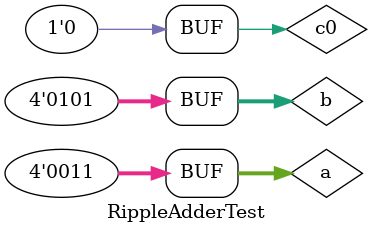
<source format=v>
`timescale 1ns / 1ps


module RippleAdderTest;

	// Inputs
	reg [3:0] a;
	reg [3:0] b;
	reg c0;

	// Outputs
	wire c4;
	wire [3:0] s;

	// Instantiate the Unit Under Test (UUT)
	RippleCarryAdder uut (
		.a(a), 
		.b(b), 
		.c0(c0), 
		.c4(c4), 
		.s(s)
	);

	initial begin
		// Initialize Inputs
		a = 0;
		b = 0;
		c0 = 0;

		// Wait 100 ns for global reset to finish
		#100;
        
		// Add stimulus here

		a = 4'b0100;
		b = 4'b0001;
		c0 = 0;
		
		#100;
		a = 4'b0001;
		b = 4'b0010;
		c0=0;
		#100;
		a = 4'b0011;
		b = 4'b0101;
		c0 = 0;
	end
      
endmodule


</source>
